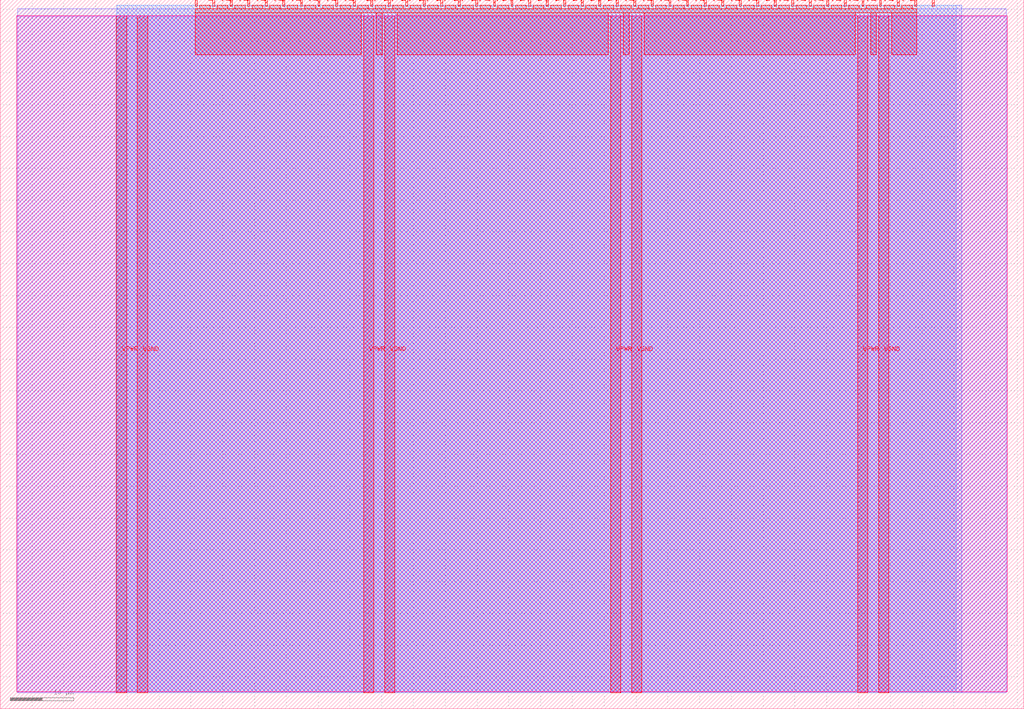
<source format=lef>
VERSION 5.7 ;
  NOWIREEXTENSIONATPIN ON ;
  DIVIDERCHAR "/" ;
  BUSBITCHARS "[]" ;
MACRO tt_um_wokwi_422960059664377857
  CLASS BLOCK ;
  FOREIGN tt_um_wokwi_422960059664377857 ;
  ORIGIN 0.000 0.000 ;
  SIZE 161.000 BY 111.520 ;
  PIN VGND
    DIRECTION INOUT ;
    USE GROUND ;
    PORT
      LAYER met4 ;
        RECT 21.580 2.480 23.180 109.040 ;
    END
    PORT
      LAYER met4 ;
        RECT 60.450 2.480 62.050 109.040 ;
    END
    PORT
      LAYER met4 ;
        RECT 99.320 2.480 100.920 109.040 ;
    END
    PORT
      LAYER met4 ;
        RECT 138.190 2.480 139.790 109.040 ;
    END
  END VGND
  PIN VPWR
    DIRECTION INOUT ;
    USE POWER ;
    PORT
      LAYER met4 ;
        RECT 18.280 2.480 19.880 109.040 ;
    END
    PORT
      LAYER met4 ;
        RECT 57.150 2.480 58.750 109.040 ;
    END
    PORT
      LAYER met4 ;
        RECT 96.020 2.480 97.620 109.040 ;
    END
    PORT
      LAYER met4 ;
        RECT 134.890 2.480 136.490 109.040 ;
    END
  END VPWR
  PIN clk
    DIRECTION INPUT ;
    USE SIGNAL ;
    ANTENNAGATEAREA 0.852000 ;
    PORT
      LAYER met4 ;
        RECT 143.830 110.520 144.130 111.520 ;
    END
  END clk
  PIN ena
    DIRECTION INPUT ;
    USE SIGNAL ;
    PORT
      LAYER met4 ;
        RECT 146.590 110.520 146.890 111.520 ;
    END
  END ena
  PIN rst_n
    DIRECTION INPUT ;
    USE SIGNAL ;
    ANTENNAGATEAREA 0.196500 ;
    PORT
      LAYER met4 ;
        RECT 141.070 110.520 141.370 111.520 ;
    END
  END rst_n
  PIN ui_in[0]
    DIRECTION INPUT ;
    USE SIGNAL ;
    ANTENNAGATEAREA 0.196500 ;
    PORT
      LAYER met4 ;
        RECT 138.310 110.520 138.610 111.520 ;
    END
  END ui_in[0]
  PIN ui_in[1]
    DIRECTION INPUT ;
    USE SIGNAL ;
    ANTENNAGATEAREA 0.196500 ;
    PORT
      LAYER met4 ;
        RECT 135.550 110.520 135.850 111.520 ;
    END
  END ui_in[1]
  PIN ui_in[2]
    DIRECTION INPUT ;
    USE SIGNAL ;
    ANTENNAGATEAREA 0.196500 ;
    PORT
      LAYER met4 ;
        RECT 132.790 110.520 133.090 111.520 ;
    END
  END ui_in[2]
  PIN ui_in[3]
    DIRECTION INPUT ;
    USE SIGNAL ;
    ANTENNAGATEAREA 0.196500 ;
    PORT
      LAYER met4 ;
        RECT 130.030 110.520 130.330 111.520 ;
    END
  END ui_in[3]
  PIN ui_in[4]
    DIRECTION INPUT ;
    USE SIGNAL ;
    ANTENNAGATEAREA 0.196500 ;
    PORT
      LAYER met4 ;
        RECT 127.270 110.520 127.570 111.520 ;
    END
  END ui_in[4]
  PIN ui_in[5]
    DIRECTION INPUT ;
    USE SIGNAL ;
    ANTENNAGATEAREA 0.196500 ;
    PORT
      LAYER met4 ;
        RECT 124.510 110.520 124.810 111.520 ;
    END
  END ui_in[5]
  PIN ui_in[6]
    DIRECTION INPUT ;
    USE SIGNAL ;
    PORT
      LAYER met4 ;
        RECT 121.750 110.520 122.050 111.520 ;
    END
  END ui_in[6]
  PIN ui_in[7]
    DIRECTION INPUT ;
    USE SIGNAL ;
    ANTENNAGATEAREA 0.196500 ;
    PORT
      LAYER met4 ;
        RECT 118.990 110.520 119.290 111.520 ;
    END
  END ui_in[7]
  PIN uio_in[0]
    DIRECTION INPUT ;
    USE SIGNAL ;
    PORT
      LAYER met4 ;
        RECT 116.230 110.520 116.530 111.520 ;
    END
  END uio_in[0]
  PIN uio_in[1]
    DIRECTION INPUT ;
    USE SIGNAL ;
    PORT
      LAYER met4 ;
        RECT 113.470 110.520 113.770 111.520 ;
    END
  END uio_in[1]
  PIN uio_in[2]
    DIRECTION INPUT ;
    USE SIGNAL ;
    PORT
      LAYER met4 ;
        RECT 110.710 110.520 111.010 111.520 ;
    END
  END uio_in[2]
  PIN uio_in[3]
    DIRECTION INPUT ;
    USE SIGNAL ;
    PORT
      LAYER met4 ;
        RECT 107.950 110.520 108.250 111.520 ;
    END
  END uio_in[3]
  PIN uio_in[4]
    DIRECTION INPUT ;
    USE SIGNAL ;
    PORT
      LAYER met4 ;
        RECT 105.190 110.520 105.490 111.520 ;
    END
  END uio_in[4]
  PIN uio_in[5]
    DIRECTION INPUT ;
    USE SIGNAL ;
    PORT
      LAYER met4 ;
        RECT 102.430 110.520 102.730 111.520 ;
    END
  END uio_in[5]
  PIN uio_in[6]
    DIRECTION INPUT ;
    USE SIGNAL ;
    PORT
      LAYER met4 ;
        RECT 99.670 110.520 99.970 111.520 ;
    END
  END uio_in[6]
  PIN uio_in[7]
    DIRECTION INPUT ;
    USE SIGNAL ;
    PORT
      LAYER met4 ;
        RECT 96.910 110.520 97.210 111.520 ;
    END
  END uio_in[7]
  PIN uio_oe[0]
    DIRECTION OUTPUT ;
    USE SIGNAL ;
    PORT
      LAYER met4 ;
        RECT 49.990 110.520 50.290 111.520 ;
    END
  END uio_oe[0]
  PIN uio_oe[1]
    DIRECTION OUTPUT ;
    USE SIGNAL ;
    PORT
      LAYER met4 ;
        RECT 47.230 110.520 47.530 111.520 ;
    END
  END uio_oe[1]
  PIN uio_oe[2]
    DIRECTION OUTPUT ;
    USE SIGNAL ;
    PORT
      LAYER met4 ;
        RECT 44.470 110.520 44.770 111.520 ;
    END
  END uio_oe[2]
  PIN uio_oe[3]
    DIRECTION OUTPUT ;
    USE SIGNAL ;
    PORT
      LAYER met4 ;
        RECT 41.710 110.520 42.010 111.520 ;
    END
  END uio_oe[3]
  PIN uio_oe[4]
    DIRECTION OUTPUT ;
    USE SIGNAL ;
    PORT
      LAYER met4 ;
        RECT 38.950 110.520 39.250 111.520 ;
    END
  END uio_oe[4]
  PIN uio_oe[5]
    DIRECTION OUTPUT ;
    USE SIGNAL ;
    PORT
      LAYER met4 ;
        RECT 36.190 110.520 36.490 111.520 ;
    END
  END uio_oe[5]
  PIN uio_oe[6]
    DIRECTION OUTPUT ;
    USE SIGNAL ;
    PORT
      LAYER met4 ;
        RECT 33.430 110.520 33.730 111.520 ;
    END
  END uio_oe[6]
  PIN uio_oe[7]
    DIRECTION OUTPUT ;
    USE SIGNAL ;
    PORT
      LAYER met4 ;
        RECT 30.670 110.520 30.970 111.520 ;
    END
  END uio_oe[7]
  PIN uio_out[0]
    DIRECTION OUTPUT ;
    USE SIGNAL ;
    PORT
      LAYER met4 ;
        RECT 72.070 110.520 72.370 111.520 ;
    END
  END uio_out[0]
  PIN uio_out[1]
    DIRECTION OUTPUT ;
    USE SIGNAL ;
    PORT
      LAYER met4 ;
        RECT 69.310 110.520 69.610 111.520 ;
    END
  END uio_out[1]
  PIN uio_out[2]
    DIRECTION OUTPUT ;
    USE SIGNAL ;
    PORT
      LAYER met4 ;
        RECT 66.550 110.520 66.850 111.520 ;
    END
  END uio_out[2]
  PIN uio_out[3]
    DIRECTION OUTPUT ;
    USE SIGNAL ;
    PORT
      LAYER met4 ;
        RECT 63.790 110.520 64.090 111.520 ;
    END
  END uio_out[3]
  PIN uio_out[4]
    DIRECTION OUTPUT ;
    USE SIGNAL ;
    PORT
      LAYER met4 ;
        RECT 61.030 110.520 61.330 111.520 ;
    END
  END uio_out[4]
  PIN uio_out[5]
    DIRECTION OUTPUT ;
    USE SIGNAL ;
    PORT
      LAYER met4 ;
        RECT 58.270 110.520 58.570 111.520 ;
    END
  END uio_out[5]
  PIN uio_out[6]
    DIRECTION OUTPUT ;
    USE SIGNAL ;
    PORT
      LAYER met4 ;
        RECT 55.510 110.520 55.810 111.520 ;
    END
  END uio_out[6]
  PIN uio_out[7]
    DIRECTION OUTPUT ;
    USE SIGNAL ;
    PORT
      LAYER met4 ;
        RECT 52.750 110.520 53.050 111.520 ;
    END
  END uio_out[7]
  PIN uo_out[0]
    DIRECTION OUTPUT ;
    USE SIGNAL ;
    ANTENNADIFFAREA 0.445500 ;
    PORT
      LAYER met4 ;
        RECT 94.150 110.520 94.450 111.520 ;
    END
  END uo_out[0]
  PIN uo_out[1]
    DIRECTION OUTPUT ;
    USE SIGNAL ;
    ANTENNADIFFAREA 0.445500 ;
    PORT
      LAYER met4 ;
        RECT 91.390 110.520 91.690 111.520 ;
    END
  END uo_out[1]
  PIN uo_out[2]
    DIRECTION OUTPUT ;
    USE SIGNAL ;
    ANTENNADIFFAREA 0.795200 ;
    PORT
      LAYER met4 ;
        RECT 88.630 110.520 88.930 111.520 ;
    END
  END uo_out[2]
  PIN uo_out[3]
    DIRECTION OUTPUT ;
    USE SIGNAL ;
    ANTENNADIFFAREA 0.795200 ;
    PORT
      LAYER met4 ;
        RECT 85.870 110.520 86.170 111.520 ;
    END
  END uo_out[3]
  PIN uo_out[4]
    DIRECTION OUTPUT ;
    USE SIGNAL ;
    ANTENNADIFFAREA 0.445500 ;
    PORT
      LAYER met4 ;
        RECT 83.110 110.520 83.410 111.520 ;
    END
  END uo_out[4]
  PIN uo_out[5]
    DIRECTION OUTPUT ;
    USE SIGNAL ;
    ANTENNADIFFAREA 0.445500 ;
    PORT
      LAYER met4 ;
        RECT 80.350 110.520 80.650 111.520 ;
    END
  END uo_out[5]
  PIN uo_out[6]
    DIRECTION OUTPUT ;
    USE SIGNAL ;
    PORT
      LAYER met4 ;
        RECT 77.590 110.520 77.890 111.520 ;
    END
  END uo_out[6]
  PIN uo_out[7]
    DIRECTION OUTPUT ;
    USE SIGNAL ;
    PORT
      LAYER met4 ;
        RECT 74.830 110.520 75.130 111.520 ;
    END
  END uo_out[7]
  OBS
      LAYER nwell ;
        RECT 2.570 2.635 158.430 108.990 ;
      LAYER li1 ;
        RECT 2.760 2.635 158.240 108.885 ;
      LAYER met1 ;
        RECT 2.760 2.480 158.240 110.120 ;
      LAYER met2 ;
        RECT 18.310 2.535 151.240 110.685 ;
      LAYER met3 ;
        RECT 18.290 2.555 150.355 110.665 ;
      LAYER met4 ;
        RECT 31.370 110.120 33.030 110.665 ;
        RECT 34.130 110.120 35.790 110.665 ;
        RECT 36.890 110.120 38.550 110.665 ;
        RECT 39.650 110.120 41.310 110.665 ;
        RECT 42.410 110.120 44.070 110.665 ;
        RECT 45.170 110.120 46.830 110.665 ;
        RECT 47.930 110.120 49.590 110.665 ;
        RECT 50.690 110.120 52.350 110.665 ;
        RECT 53.450 110.120 55.110 110.665 ;
        RECT 56.210 110.120 57.870 110.665 ;
        RECT 58.970 110.120 60.630 110.665 ;
        RECT 61.730 110.120 63.390 110.665 ;
        RECT 64.490 110.120 66.150 110.665 ;
        RECT 67.250 110.120 68.910 110.665 ;
        RECT 70.010 110.120 71.670 110.665 ;
        RECT 72.770 110.120 74.430 110.665 ;
        RECT 75.530 110.120 77.190 110.665 ;
        RECT 78.290 110.120 79.950 110.665 ;
        RECT 81.050 110.120 82.710 110.665 ;
        RECT 83.810 110.120 85.470 110.665 ;
        RECT 86.570 110.120 88.230 110.665 ;
        RECT 89.330 110.120 90.990 110.665 ;
        RECT 92.090 110.120 93.750 110.665 ;
        RECT 94.850 110.120 96.510 110.665 ;
        RECT 97.610 110.120 99.270 110.665 ;
        RECT 100.370 110.120 102.030 110.665 ;
        RECT 103.130 110.120 104.790 110.665 ;
        RECT 105.890 110.120 107.550 110.665 ;
        RECT 108.650 110.120 110.310 110.665 ;
        RECT 111.410 110.120 113.070 110.665 ;
        RECT 114.170 110.120 115.830 110.665 ;
        RECT 116.930 110.120 118.590 110.665 ;
        RECT 119.690 110.120 121.350 110.665 ;
        RECT 122.450 110.120 124.110 110.665 ;
        RECT 125.210 110.120 126.870 110.665 ;
        RECT 127.970 110.120 129.630 110.665 ;
        RECT 130.730 110.120 132.390 110.665 ;
        RECT 133.490 110.120 135.150 110.665 ;
        RECT 136.250 110.120 137.910 110.665 ;
        RECT 139.010 110.120 140.670 110.665 ;
        RECT 141.770 110.120 143.430 110.665 ;
        RECT 30.655 109.440 144.145 110.120 ;
        RECT 30.655 102.855 56.750 109.440 ;
        RECT 59.150 102.855 60.050 109.440 ;
        RECT 62.450 102.855 95.620 109.440 ;
        RECT 98.020 102.855 98.920 109.440 ;
        RECT 101.320 102.855 134.490 109.440 ;
        RECT 136.890 102.855 137.790 109.440 ;
        RECT 140.190 102.855 144.145 109.440 ;
  END
END tt_um_wokwi_422960059664377857
END LIBRARY


</source>
